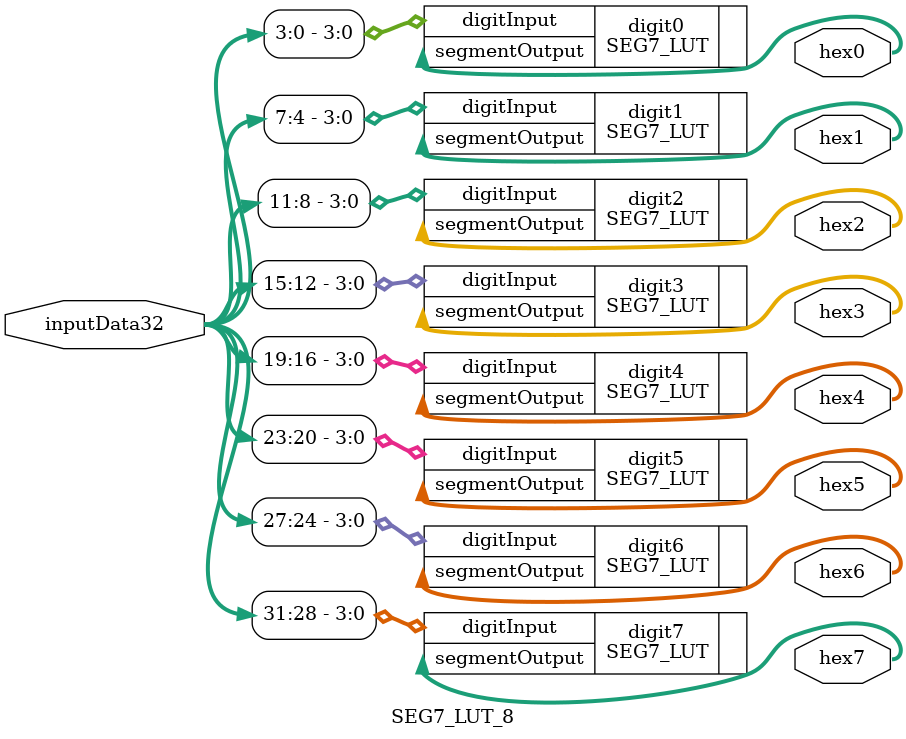
<source format=v>
module SEG7_LUT_8 (
    output [6:0] hex0, hex1, hex2, hex3, // Displays 0-3 (LSB para MSB)
    output [6:0] hex4, hex5, hex6, hex7, // Displays 4-7 (LSB para MSB)
    input [31:0] inputData32             // Dado de 32 bits para exibição
);

// Instâncias do conversor para cada nibble (4 bits)
SEG7_LUT digit0 (.segmentOutput(hex0), .digitInput(inputData32[3:0]));   // Dígito 0 (LSB)
SEG7_LUT digit1 (.segmentOutput(hex1), .digitInput(inputData32[7:4]));   // Dígito 1
SEG7_LUT digit2 (.segmentOutput(hex2), .digitInput(inputData32[11:8]));  // Dígito 2
SEG7_LUT digit3 (.segmentOutput(hex3), .digitInput(inputData32[15:12])); // Dígito 3
SEG7_LUT digit4 (.segmentOutput(hex4), .digitInput(inputData32[19:16])); // Dígito 4
SEG7_LUT digit5 (.segmentOutput(hex5), .digitInput(inputData32[23:20])); // Dígito 5
SEG7_LUT digit6 (.segmentOutput(hex6), .digitInput(inputData32[27:24])); // Dígito 6
SEG7_LUT digit7 (.segmentOutput(hex7), .digitInput(inputData32[31:28])); // Dígito 7 (MSB)

endmodule
</source>
